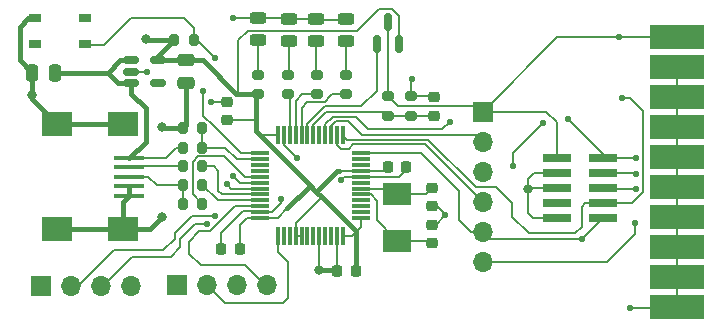
<source format=gbr>
%TF.GenerationSoftware,KiCad,Pcbnew,(6.0.7)*%
%TF.CreationDate,2022-09-01T12:01:23+02:00*%
%TF.ProjectId,bmp2,626d7032-2e6b-4696-9361-645f70636258,rev?*%
%TF.SameCoordinates,Original*%
%TF.FileFunction,Copper,L1,Top*%
%TF.FilePolarity,Positive*%
%FSLAX46Y46*%
G04 Gerber Fmt 4.6, Leading zero omitted, Abs format (unit mm)*
G04 Created by KiCad (PCBNEW (6.0.7)) date 2022-09-01 12:01:23*
%MOMM*%
%LPD*%
G01*
G04 APERTURE LIST*
G04 Aperture macros list*
%AMRoundRect*
0 Rectangle with rounded corners*
0 $1 Rounding radius*
0 $2 $3 $4 $5 $6 $7 $8 $9 X,Y pos of 4 corners*
0 Add a 4 corners polygon primitive as box body*
4,1,4,$2,$3,$4,$5,$6,$7,$8,$9,$2,$3,0*
0 Add four circle primitives for the rounded corners*
1,1,$1+$1,$2,$3*
1,1,$1+$1,$4,$5*
1,1,$1+$1,$6,$7*
1,1,$1+$1,$8,$9*
0 Add four rect primitives between the rounded corners*
20,1,$1+$1,$2,$3,$4,$5,0*
20,1,$1+$1,$4,$5,$6,$7,0*
20,1,$1+$1,$6,$7,$8,$9,0*
20,1,$1+$1,$8,$9,$2,$3,0*%
G04 Aperture macros list end*
%TA.AperFunction,SMDPad,CuDef*%
%ADD10R,1.050000X0.700000*%
%TD*%
%TA.AperFunction,SMDPad,CuDef*%
%ADD11R,2.400000X0.750000*%
%TD*%
%TA.AperFunction,SMDPad,CuDef*%
%ADD12R,2.400000X1.900000*%
%TD*%
%TA.AperFunction,SMDPad,CuDef*%
%ADD13R,1.500000X0.300000*%
%TD*%
%TA.AperFunction,SMDPad,CuDef*%
%ADD14R,0.300000X1.500000*%
%TD*%
%TA.AperFunction,SMDPad,CuDef*%
%ADD15RoundRect,0.150000X-0.512500X-0.150000X0.512500X-0.150000X0.512500X0.150000X-0.512500X0.150000X0*%
%TD*%
%TA.AperFunction,SMDPad,CuDef*%
%ADD16RoundRect,0.200000X0.200000X0.275000X-0.200000X0.275000X-0.200000X-0.275000X0.200000X-0.275000X0*%
%TD*%
%TA.AperFunction,SMDPad,CuDef*%
%ADD17RoundRect,0.200000X-0.200000X-0.275000X0.200000X-0.275000X0.200000X0.275000X-0.200000X0.275000X0*%
%TD*%
%TA.AperFunction,SMDPad,CuDef*%
%ADD18RoundRect,0.200000X-0.275000X0.200000X-0.275000X-0.200000X0.275000X-0.200000X0.275000X0.200000X0*%
%TD*%
%TA.AperFunction,SMDPad,CuDef*%
%ADD19RoundRect,0.200000X0.275000X-0.200000X0.275000X0.200000X-0.275000X0.200000X-0.275000X-0.200000X0*%
%TD*%
%TA.AperFunction,SMDPad,CuDef*%
%ADD20RoundRect,0.150000X0.150000X-0.587500X0.150000X0.587500X-0.150000X0.587500X-0.150000X-0.587500X0*%
%TD*%
%TA.AperFunction,SMDPad,CuDef*%
%ADD21R,4.572000X2.033000*%
%TD*%
%TA.AperFunction,ComponentPad*%
%ADD22R,1.700000X1.700000*%
%TD*%
%TA.AperFunction,ComponentPad*%
%ADD23O,1.700000X1.700000*%
%TD*%
%TA.AperFunction,SMDPad,CuDef*%
%ADD24R,2.600000X0.450000*%
%TD*%
%TA.AperFunction,SMDPad,CuDef*%
%ADD25R,2.500000X2.000000*%
%TD*%
%TA.AperFunction,SMDPad,CuDef*%
%ADD26RoundRect,0.243750X0.456250X-0.243750X0.456250X0.243750X-0.456250X0.243750X-0.456250X-0.243750X0*%
%TD*%
%TA.AperFunction,SMDPad,CuDef*%
%ADD27RoundRect,0.225000X0.250000X-0.225000X0.250000X0.225000X-0.250000X0.225000X-0.250000X-0.225000X0*%
%TD*%
%TA.AperFunction,SMDPad,CuDef*%
%ADD28RoundRect,0.225000X-0.250000X0.225000X-0.250000X-0.225000X0.250000X-0.225000X0.250000X0.225000X0*%
%TD*%
%TA.AperFunction,SMDPad,CuDef*%
%ADD29RoundRect,0.225000X0.225000X0.250000X-0.225000X0.250000X-0.225000X-0.250000X0.225000X-0.250000X0*%
%TD*%
%TA.AperFunction,SMDPad,CuDef*%
%ADD30RoundRect,0.225000X-0.225000X-0.250000X0.225000X-0.250000X0.225000X0.250000X-0.225000X0.250000X0*%
%TD*%
%TA.AperFunction,SMDPad,CuDef*%
%ADD31RoundRect,0.250000X-0.475000X0.250000X-0.475000X-0.250000X0.475000X-0.250000X0.475000X0.250000X0*%
%TD*%
%TA.AperFunction,SMDPad,CuDef*%
%ADD32RoundRect,0.250000X0.250000X0.475000X-0.250000X0.475000X-0.250000X-0.475000X0.250000X-0.475000X0*%
%TD*%
%TA.AperFunction,ViaPad*%
%ADD33C,0.800000*%
%TD*%
%TA.AperFunction,ViaPad*%
%ADD34C,0.558800*%
%TD*%
%TA.AperFunction,Conductor*%
%ADD35C,0.200000*%
%TD*%
%TA.AperFunction,Conductor*%
%ADD36C,0.400000*%
%TD*%
G04 APERTURE END LIST*
D10*
%TO.P,S1,1,1*%
%TO.N,Net-(R10-Pad1)*%
X105950000Y-23125000D03*
%TO.P,S1,2,2*%
%TO.N,unconnected-(S1-Pad2)*%
X101750000Y-23125000D03*
%TO.P,S1,3,3*%
%TO.N,unconnected-(S1-Pad3)*%
X105950000Y-20975000D03*
%TO.P,S1,4,4*%
%TO.N,GND*%
X101750000Y-20975000D03*
%TD*%
D11*
%TO.P,J3,1,1*%
%TO.N,/TPWR*%
X145900000Y-32810000D03*
%TO.P,J3,2,2*%
%TO.N,/TMS*%
X149800000Y-32810000D03*
%TO.P,J3,3,3*%
%TO.N,GND*%
X145900000Y-34080000D03*
%TO.P,J3,4,4*%
%TO.N,/TCK*%
X149800000Y-34080000D03*
%TO.P,J3,5,5*%
%TO.N,GND*%
X145900000Y-35350000D03*
%TO.P,J3,6,6*%
%TO.N,/TDO*%
X149800000Y-35350000D03*
%TO.P,J3,7,7*%
%TO.N,unconnected-(J3-Pad7)*%
X145900000Y-36620000D03*
%TO.P,J3,8,8*%
%TO.N,/TDI*%
X149800000Y-36620000D03*
%TO.P,J3,9,9*%
%TO.N,GND*%
X145900000Y-37890000D03*
%TO.P,J3,10,10*%
%TO.N,/RST*%
X149800000Y-37890000D03*
%TD*%
D12*
%TO.P,X1,1,1*%
%TO.N,Net-(C7-Pad2)*%
X132425000Y-39775000D03*
%TO.P,X1,2,2*%
%TO.N,Net-(C8-Pad2)*%
X132425000Y-35875000D03*
%TD*%
D13*
%TO.P,U2,1,VBAT*%
%TO.N,+3V3*%
X129300000Y-37875000D03*
%TO.P,U2,2,PC13/TAMPER_RTC*%
%TO.N,unconnected-(U2-Pad2)*%
X129300000Y-37375000D03*
%TO.P,U2,3,PC14/OSC32_IN*%
%TO.N,unconnected-(U2-Pad3)*%
X129300000Y-36875000D03*
%TO.P,U2,4,PC15/OSC32_OUT*%
%TO.N,unconnected-(U2-Pad4)*%
X129300000Y-36375000D03*
%TO.P,U2,5,PD0/OSC_IN*%
%TO.N,Net-(C7-Pad2)*%
X129300000Y-35875000D03*
%TO.P,U2,6,PD1/OSC_OUT*%
%TO.N,Net-(C8-Pad2)*%
X129300000Y-35375000D03*
%TO.P,U2,7,NRST*%
%TO.N,unconnected-(U2-Pad7)*%
X129300000Y-34875000D03*
%TO.P,U2,8,VSSA*%
%TO.N,GND*%
X129300000Y-34375000D03*
%TO.P,U2,9,VDDA*%
%TO.N,+3V3*%
X129300000Y-33875000D03*
%TO.P,U2,10,PA0*%
%TO.N,unconnected-(U2-Pad10)*%
X129300000Y-33375000D03*
%TO.P,U2,11,PA1*%
%TO.N,unconnected-(U2-Pad11)*%
X129300000Y-32875000D03*
%TO.P,U2,12,PA2*%
%TO.N,/RST*%
X129300000Y-32375000D03*
D14*
%TO.P,U2,13,PA3*%
%TO.N,/TDI*%
X127800000Y-30875000D03*
%TO.P,U2,14,PA4*%
%TO.N,/TMS*%
X127300000Y-30875000D03*
%TO.P,U2,15,PA5*%
%TO.N,/TCK*%
X126800000Y-30875000D03*
%TO.P,U2,16,PA6*%
%TO.N,/TDO*%
X126300000Y-30875000D03*
%TO.P,U2,17,PA7*%
%TO.N,unconnected-(U2-Pad17)*%
X125800000Y-30875000D03*
%TO.P,U2,18,PB0*%
%TO.N,Net-(C9-Pad1)*%
X125300000Y-30875000D03*
%TO.P,U2,19,PB1*%
%TO.N,/PWR_BR*%
X124800000Y-30875000D03*
%TO.P,U2,20,PB2/BOOT1*%
%TO.N,/LED0*%
X124300000Y-30875000D03*
%TO.P,U2,21,PB10*%
%TO.N,/LED1*%
X123800000Y-30875000D03*
%TO.P,U2,22,PB11*%
%TO.N,/LED2*%
X123300000Y-30875000D03*
%TO.P,U2,23,VSS@1*%
%TO.N,GND*%
X122800000Y-30875000D03*
%TO.P,U2,24,VDD@1*%
%TO.N,+3V3*%
X122300000Y-30875000D03*
D13*
%TO.P,U2,25,PB12*%
%TO.N,Net-(R10-Pad1)*%
X120800000Y-32375000D03*
%TO.P,U2,26,PB13*%
%TO.N,/VBUS*%
X120800000Y-32875000D03*
%TO.P,U2,27,PB14*%
%TO.N,unconnected-(U2-Pad27)*%
X120800000Y-33375000D03*
%TO.P,U2,28,PB15*%
%TO.N,unconnected-(U2-Pad28)*%
X120800000Y-33875000D03*
%TO.P,U2,29,PA8*%
%TO.N,Net-(R1-Pad1)*%
X120800000Y-34375000D03*
%TO.P,U2,30,PA9*%
%TO.N,/TXD*%
X120800000Y-34875000D03*
%TO.P,U2,31,PA10*%
%TO.N,/RXD*%
X120800000Y-35375000D03*
%TO.P,U2,32,PA11/USB_DM*%
%TO.N,Net-(R2-Pad1)*%
X120800000Y-35875000D03*
%TO.P,U2,33,PA12/USB_DP*%
%TO.N,Net-(R3-Pad1)*%
X120800000Y-36375000D03*
%TO.P,U2,34,PA13/JTMS*%
%TO.N,/SWDIO*%
X120800000Y-36875000D03*
%TO.P,U2,35,VSS@2*%
%TO.N,GND*%
X120800000Y-37375000D03*
%TO.P,U2,36,VDD@2*%
%TO.N,+3V3*%
X120800000Y-37875000D03*
D14*
%TO.P,U2,37,PA14/JTCK/SWCLK*%
%TO.N,/SWCLK*%
X122300000Y-39375000D03*
%TO.P,U2,38,PA15/JTDI*%
%TO.N,unconnected-(U2-Pad38)*%
X122800000Y-39375000D03*
%TO.P,U2,39,PB3/JTDO*%
%TO.N,unconnected-(U2-Pad39)*%
X123300000Y-39375000D03*
%TO.P,U2,40,PB4/JNTRST*%
%TO.N,+3V3*%
X123800000Y-39375000D03*
%TO.P,U2,41,PB5*%
X124300000Y-39375000D03*
%TO.P,U2,42,PB6*%
%TO.N,unconnected-(U2-Pad42)*%
X124800000Y-39375000D03*
%TO.P,U2,43,PB7*%
%TO.N,unconnected-(U2-Pad43)*%
X125300000Y-39375000D03*
%TO.P,U2,44,BOOT0*%
%TO.N,GND*%
X125800000Y-39375000D03*
%TO.P,U2,45,PB8*%
%TO.N,unconnected-(U2-Pad45)*%
X126300000Y-39375000D03*
%TO.P,U2,46,PB9*%
%TO.N,unconnected-(U2-Pad46)*%
X126800000Y-39375000D03*
%TO.P,U2,47,VSS@3*%
%TO.N,GND*%
X127300000Y-39375000D03*
%TO.P,U2,48,VDD@3*%
%TO.N,+3V3*%
X127800000Y-39375000D03*
%TD*%
D15*
%TO.P,U1,1,VIN*%
%TO.N,+5V*%
X109887500Y-24525000D03*
%TO.P,U1,2,GND*%
%TO.N,GND*%
X109887500Y-25475000D03*
%TO.P,U1,3,ONnOFF*%
%TO.N,+5V*%
X109887500Y-26425000D03*
%TO.P,U1,4,NC*%
%TO.N,unconnected-(U1-Pad4)*%
X112162500Y-26425000D03*
%TO.P,U1,5,VOUT*%
%TO.N,+3V3*%
X112162500Y-24525000D03*
%TD*%
D16*
%TO.P,R12,1*%
%TO.N,/VBUS*%
X115875000Y-30275000D03*
%TO.P,R12,2*%
%TO.N,GND*%
X114225000Y-30275000D03*
%TD*%
D17*
%TO.P,R11,1*%
%TO.N,+5V*%
X114250000Y-31900000D03*
%TO.P,R11,2*%
%TO.N,/VBUS*%
X115900000Y-31900000D03*
%TD*%
D16*
%TO.P,R10,1,1*%
%TO.N,Net-(R10-Pad1)*%
X115175000Y-22800000D03*
%TO.P,R10,2,2*%
%TO.N,+3V3*%
X113525000Y-22800000D03*
%TD*%
D18*
%TO.P,R9,1,1*%
%TO.N,GND*%
X133575000Y-27575000D03*
%TO.P,R9,2,2*%
%TO.N,Net-(C9-Pad1)*%
X133575000Y-29225000D03*
%TD*%
%TO.P,R8,1,1*%
%TO.N,/TPWR*%
X131650000Y-27575000D03*
%TO.P,R8,2,2*%
%TO.N,Net-(C9-Pad1)*%
X131650000Y-29225000D03*
%TD*%
D19*
%TO.P,R7,1,1*%
%TO.N,/LED0*%
X128050000Y-27375000D03*
%TO.P,R7,2,2*%
%TO.N,Net-(D4-Pad1)*%
X128050000Y-25725000D03*
%TD*%
%TO.P,R6,1,1*%
%TO.N,/LED1*%
X125575000Y-27375000D03*
%TO.P,R6,2,2*%
%TO.N,Net-(D3-Pad1)*%
X125575000Y-25725000D03*
%TD*%
%TO.P,R5,1,1*%
%TO.N,/LED2*%
X123175000Y-27400000D03*
%TO.P,R5,2,2*%
%TO.N,Net-(D2-Pad1)*%
X123175000Y-25750000D03*
%TD*%
%TO.P,R4,1,1*%
%TO.N,+3V3*%
X120650000Y-27375000D03*
%TO.P,R4,2,2*%
%TO.N,Net-(D1-Pad1)*%
X120650000Y-25725000D03*
%TD*%
D16*
%TO.P,R3,1,1*%
%TO.N,Net-(R3-Pad1)*%
X115900000Y-35075000D03*
%TO.P,R3,2,2*%
%TO.N,/D+*%
X114250000Y-35075000D03*
%TD*%
%TO.P,R2,1,1*%
%TO.N,Net-(R2-Pad1)*%
X115900000Y-33500000D03*
%TO.P,R2,2,2*%
%TO.N,/D-*%
X114250000Y-33500000D03*
%TD*%
%TO.P,R1,1,1*%
%TO.N,Net-(R1-Pad1)*%
X115900000Y-36675000D03*
%TO.P,R1,2,2*%
%TO.N,/D+*%
X114250000Y-36675000D03*
%TD*%
D20*
%TO.P,Q1,1,G*%
%TO.N,/PWR_BR*%
X130650000Y-23162500D03*
%TO.P,Q1,2,S*%
%TO.N,+3V3*%
X132550000Y-23162500D03*
%TO.P,Q1,3,D*%
%TO.N,/TPWR*%
X131600000Y-21287500D03*
%TD*%
D21*
%TO.P,J6,2,Pin_2*%
%TO.N,/TPWR*%
X156075000Y-22560000D03*
%TO.P,J6,4,Pin_4*%
%TO.N,GND*%
X156075000Y-25100000D03*
%TO.P,J6,6,Pin_6*%
X156075000Y-27640000D03*
%TO.P,J6,8,Pin_8*%
X156075000Y-30180000D03*
%TO.P,J6,10,Pin_10*%
X156075000Y-32720000D03*
%TO.P,J6,12,Pin_12*%
X156075000Y-35260000D03*
%TO.P,J6,14,Pin_14*%
X156075000Y-37800000D03*
%TO.P,J6,16,Pin_16*%
X156075000Y-40340000D03*
%TO.P,J6,18,Pin_18*%
X156075000Y-42880000D03*
%TO.P,J6,20,Pin_20*%
X156075000Y-45420000D03*
%TD*%
D22*
%TO.P,J5,1,Pin_1*%
%TO.N,/TPWR*%
X139650000Y-28875000D03*
D23*
%TO.P,J5,2,Pin_2*%
%TO.N,/TCK*%
X139650000Y-31415000D03*
%TO.P,J5,3,Pin_3*%
%TO.N,GND*%
X139650000Y-33955000D03*
%TO.P,J5,4,Pin_4*%
%TO.N,/TMS*%
X139650000Y-36495000D03*
%TO.P,J5,5,Pin_5*%
%TO.N,/RST*%
X139650000Y-39035000D03*
%TO.P,J5,6,Pin_6*%
%TO.N,/TDO*%
X139650000Y-41575000D03*
%TD*%
D22*
%TO.P,J4,1,Pin_1*%
%TO.N,+3V3*%
X113745000Y-43575000D03*
D23*
%TO.P,J4,2,Pin_2*%
%TO.N,/SWCLK*%
X116285000Y-43575000D03*
%TO.P,J4,3,Pin_3*%
%TO.N,GND*%
X118825000Y-43575000D03*
%TO.P,J4,4,Pin_4*%
%TO.N,/SWDIO*%
X121365000Y-43575000D03*
%TD*%
D24*
%TO.P,J2,1,VBUS*%
%TO.N,+5V*%
X109700000Y-32775000D03*
%TO.P,J2,2,D-*%
%TO.N,/D-*%
X109700000Y-33575000D03*
%TO.P,J2,3,D+*%
%TO.N,/D+*%
X109700000Y-34375000D03*
%TO.P,J2,4,ID*%
%TO.N,GND*%
X109700000Y-35175000D03*
%TO.P,J2,5,GND*%
X109700000Y-35975000D03*
D25*
%TO.P,J2,6,s1*%
X109192000Y-38820000D03*
X103604000Y-38820000D03*
X109192000Y-29930000D03*
X103604000Y-29930000D03*
%TD*%
D22*
%TO.P,J1,1,Pin_1*%
%TO.N,+3V3*%
X102250000Y-43600000D03*
D23*
%TO.P,J1,2,Pin_2*%
%TO.N,/TXD*%
X104790000Y-43600000D03*
%TO.P,J1,3,Pin_3*%
%TO.N,/RXD*%
X107330000Y-43600000D03*
%TO.P,J1,4,Pin_4*%
%TO.N,GND*%
X109870000Y-43600000D03*
%TD*%
D26*
%TO.P,D4,1,A*%
%TO.N,Net-(D4-Pad1)*%
X128025000Y-22900000D03*
%TO.P,D4,2,C*%
%TO.N,GND*%
X128025000Y-21025000D03*
%TD*%
%TO.P,D3,1,A*%
%TO.N,Net-(D3-Pad1)*%
X125550000Y-22887500D03*
%TO.P,D3,2,C*%
%TO.N,GND*%
X125550000Y-21012500D03*
%TD*%
%TO.P,D2,1,A*%
%TO.N,Net-(D2-Pad1)*%
X123200000Y-22912500D03*
%TO.P,D2,2,C*%
%TO.N,GND*%
X123200000Y-21037500D03*
%TD*%
%TO.P,D1,1,A*%
%TO.N,Net-(D1-Pad1)*%
X120600000Y-22837500D03*
%TO.P,D1,2,C*%
%TO.N,GND*%
X120600000Y-20962500D03*
%TD*%
D27*
%TO.P,C9,1,1*%
%TO.N,Net-(C9-Pad1)*%
X135550000Y-29200000D03*
%TO.P,C9,2,2*%
%TO.N,GND*%
X135550000Y-27650000D03*
%TD*%
%TO.P,C8,1,1*%
%TO.N,GND*%
X135350000Y-36875000D03*
%TO.P,C8,2,2*%
%TO.N,Net-(C8-Pad2)*%
X135350000Y-35325000D03*
%TD*%
D28*
%TO.P,C7,1,1*%
%TO.N,GND*%
X135350000Y-38425000D03*
%TO.P,C7,2,2*%
%TO.N,Net-(C7-Pad2)*%
X135350000Y-39975000D03*
%TD*%
D29*
%TO.P,C6,1,1*%
%TO.N,+3V3*%
X119050000Y-40525000D03*
%TO.P,C6,2,2*%
%TO.N,GND*%
X117500000Y-40525000D03*
%TD*%
D27*
%TO.P,C5,1,1*%
%TO.N,+3V3*%
X117950000Y-29600000D03*
%TO.P,C5,2,2*%
%TO.N,GND*%
X117950000Y-28050000D03*
%TD*%
D30*
%TO.P,C4,1,1*%
%TO.N,+3V3*%
X131625000Y-33525000D03*
%TO.P,C4,2,2*%
%TO.N,GND*%
X133175000Y-33525000D03*
%TD*%
D29*
%TO.P,C3,1,1*%
%TO.N,+3V3*%
X128875000Y-42375000D03*
%TO.P,C3,2,2*%
%TO.N,GND*%
X127325000Y-42375000D03*
%TD*%
D31*
%TO.P,C2,1,1*%
%TO.N,+3V3*%
X114525000Y-24525000D03*
%TO.P,C2,2,2*%
%TO.N,GND*%
X114525000Y-26425000D03*
%TD*%
D32*
%TO.P,C1,1,1*%
%TO.N,+5V*%
X103400000Y-25550000D03*
%TO.P,C1,2,2*%
%TO.N,GND*%
X101500000Y-25550000D03*
%TD*%
D33*
%TO.N,GND*%
X143500000Y-35425000D03*
D34*
X122550000Y-36300000D03*
D33*
X112525000Y-37800000D03*
X101500000Y-27425000D03*
D34*
%TO.N,/TMS*%
X144750000Y-29850000D03*
X142200000Y-33475000D03*
%TO.N,/TDO*%
X136850000Y-29700000D03*
%TO.N,/RST*%
X148082500Y-39607500D03*
%TO.N,/TDI*%
X151400000Y-27700000D03*
D33*
%TO.N,+3V3*%
X111150000Y-22750000D03*
%TO.N,GND*%
X112500000Y-30200000D03*
D34*
%TO.N,/TMS*%
X146850000Y-29475000D03*
%TO.N,/TDO*%
X152575000Y-38275000D03*
%TO.N,GND*%
X123900000Y-32825000D03*
D33*
X125800000Y-42275000D03*
D34*
%TO.N,Net-(R10-Pad1)*%
X116000000Y-27100000D03*
%TO.N,/TXD*%
X118525000Y-34300000D03*
%TO.N,/RXD*%
X117975000Y-35025000D03*
%TO.N,/TXD*%
X117000000Y-37725000D03*
%TO.N,/RXD*%
X116300000Y-38375000D03*
%TO.N,GND*%
X111200000Y-25475000D03*
X116600000Y-28050000D03*
X127625000Y-34675000D03*
X136487500Y-37612500D03*
%TO.N,/TDO*%
X152625000Y-35400000D03*
%TO.N,/TCK*%
X152650000Y-34150000D03*
%TO.N,/TMS*%
X152600000Y-32825000D03*
%TO.N,GND*%
X152125000Y-45450000D03*
%TO.N,/TPWR*%
X151215000Y-22560000D03*
%TO.N,GND*%
X133625000Y-26100000D03*
X118512500Y-20962500D03*
%TO.N,Net-(R10-Pad1)*%
X116975000Y-24300000D03*
%TD*%
D35*
%TO.N,Net-(R10-Pad1)*%
X109900000Y-20900000D02*
X114325000Y-20900000D01*
X115175000Y-21750000D02*
X115175000Y-22800000D01*
X107575000Y-23225000D02*
X109900000Y-20900000D01*
X114325000Y-20900000D02*
X115175000Y-21750000D01*
X106050000Y-23225000D02*
X107575000Y-23225000D01*
X105950000Y-23125000D02*
X106050000Y-23225000D01*
D36*
%TO.N,GND*%
X100425000Y-24475000D02*
X101500000Y-25550000D01*
X100425000Y-21675000D02*
X100425000Y-24475000D01*
X101125000Y-20975000D02*
X100425000Y-21675000D01*
X101750000Y-20975000D02*
X101125000Y-20975000D01*
D35*
%TO.N,+3V3*%
X118950000Y-27200000D02*
X118775000Y-27375000D01*
X130825000Y-20175000D02*
X129000000Y-22000000D01*
X119750000Y-22000000D02*
X118950000Y-22800000D01*
X131975000Y-20175000D02*
X130825000Y-20175000D01*
X129000000Y-22000000D02*
X119750000Y-22000000D01*
X132550000Y-20750000D02*
X131975000Y-20175000D01*
X132550000Y-23162500D02*
X132550000Y-20750000D01*
X118950000Y-22800000D02*
X118950000Y-27200000D01*
D36*
X120425000Y-27600000D02*
X120425000Y-29625000D01*
X120650000Y-27375000D02*
X120425000Y-27600000D01*
X115925000Y-24525000D02*
X114525000Y-24525000D01*
X118775000Y-27375000D02*
X115925000Y-24525000D01*
X120650000Y-27375000D02*
X118775000Y-27375000D01*
D35*
%TO.N,/PWR_BR*%
X129300000Y-28425000D02*
X130650000Y-27075000D01*
X126325000Y-28425000D02*
X129300000Y-28425000D01*
X130650000Y-27075000D02*
X130650000Y-23162500D01*
X124800000Y-29950000D02*
X126325000Y-28425000D01*
X124800000Y-30875000D02*
X124800000Y-29950000D01*
%TO.N,Net-(C9-Pad1)*%
X126375000Y-28900000D02*
X125300000Y-29975000D01*
X131325000Y-28900000D02*
X126375000Y-28900000D01*
X125300000Y-29975000D02*
X125300000Y-30875000D01*
X131650000Y-29225000D02*
X131325000Y-28900000D01*
%TO.N,/TDO*%
X136850000Y-29725000D02*
X136850000Y-29700000D01*
X129950000Y-30350000D02*
X136225000Y-30350000D01*
X136225000Y-30350000D02*
X136850000Y-29725000D01*
X128875000Y-29275000D02*
X129950000Y-30350000D01*
X126950000Y-29275000D02*
X128875000Y-29275000D01*
X126300000Y-29925000D02*
X126950000Y-29275000D01*
X126300000Y-30875000D02*
X126300000Y-29925000D01*
%TO.N,/TCK*%
X127250000Y-29650000D02*
X126800000Y-30100000D01*
X128225000Y-29650000D02*
X127250000Y-29650000D01*
X129425000Y-30850000D02*
X128225000Y-29650000D01*
X139650000Y-31415000D02*
X139085000Y-30850000D01*
X139085000Y-30850000D02*
X129425000Y-30850000D01*
X126800000Y-30100000D02*
X126800000Y-30875000D01*
%TO.N,/LED0*%
X126875000Y-27375000D02*
X128050000Y-27375000D01*
X126750000Y-27500000D02*
X126875000Y-27375000D01*
X126750000Y-27550000D02*
X126750000Y-27500000D01*
X126250000Y-28050000D02*
X126750000Y-27550000D01*
X124300000Y-28525000D02*
X124775000Y-28050000D01*
X124300000Y-30875000D02*
X124300000Y-28525000D01*
X124775000Y-28050000D02*
X126250000Y-28050000D01*
%TO.N,/LED1*%
X124375000Y-27375000D02*
X125575000Y-27375000D01*
X123800000Y-27950000D02*
X124375000Y-27375000D01*
X123800000Y-30875000D02*
X123800000Y-27950000D01*
%TO.N,/LED2*%
X123300000Y-30875000D02*
X123300000Y-27525000D01*
X123300000Y-27525000D02*
X123175000Y-27400000D01*
%TO.N,Net-(D4-Pad1)*%
X128025000Y-22900000D02*
X128025000Y-25700000D01*
X128025000Y-25700000D02*
X128050000Y-25725000D01*
%TO.N,Net-(D3-Pad1)*%
X125550000Y-25700000D02*
X125575000Y-25725000D01*
X125550000Y-22887500D02*
X125550000Y-25700000D01*
%TO.N,Net-(D2-Pad1)*%
X123200000Y-25725000D02*
X123175000Y-25750000D01*
X123200000Y-22912500D02*
X123200000Y-25725000D01*
%TO.N,Net-(D1-Pad1)*%
X120600000Y-25675000D02*
X120650000Y-25725000D01*
X120600000Y-22837500D02*
X120600000Y-25675000D01*
%TO.N,GND*%
X143500000Y-35425000D02*
X143500000Y-35325000D01*
X143940000Y-37890000D02*
X143500000Y-37450000D01*
X145900000Y-37890000D02*
X143940000Y-37890000D01*
X143500000Y-37450000D02*
X143500000Y-35425000D01*
X143945000Y-34080000D02*
X145900000Y-34080000D01*
X143500000Y-35325000D02*
X143500000Y-34525000D01*
X143500000Y-34525000D02*
X143945000Y-34080000D01*
X145900000Y-35350000D02*
X143525000Y-35350000D01*
X143525000Y-35350000D02*
X143500000Y-35325000D01*
%TO.N,Net-(C9-Pad1)*%
X131650000Y-29225000D02*
X133575000Y-29225000D01*
X133600000Y-29200000D02*
X133575000Y-29225000D01*
X135550000Y-29200000D02*
X133600000Y-29200000D01*
D36*
%TO.N,+3V3*%
X127275000Y-33900000D02*
X127475000Y-33900000D01*
X125550000Y-35625000D02*
X127275000Y-33900000D01*
X125550000Y-35625000D02*
X124912500Y-34987500D01*
X126012500Y-36087500D02*
X125550000Y-35625000D01*
D35*
X127500000Y-33875000D02*
X127475000Y-33900000D01*
X129300000Y-33875000D02*
X127500000Y-33875000D01*
X123800000Y-38300000D02*
X126012500Y-36087500D01*
X123800000Y-39375000D02*
X123800000Y-38300000D01*
D36*
X128875000Y-38950000D02*
X126012500Y-36087500D01*
X124912500Y-35237500D02*
X123100000Y-37050000D01*
X124912500Y-34987500D02*
X124912500Y-35237500D01*
X124912500Y-34987500D02*
X120712500Y-30787500D01*
D35*
X122275000Y-37875000D02*
X123100000Y-37050000D01*
X120800000Y-37875000D02*
X122275000Y-37875000D01*
X119650000Y-37875000D02*
X120800000Y-37875000D01*
X119050000Y-38475000D02*
X119650000Y-37875000D01*
X119050000Y-40525000D02*
X119050000Y-38475000D01*
%TO.N,GND*%
X122550000Y-36600000D02*
X122550000Y-36300000D01*
X122525000Y-36625000D02*
X122550000Y-36600000D01*
X121775000Y-37375000D02*
X122525000Y-36625000D01*
X120800000Y-37375000D02*
X121775000Y-37375000D01*
X120725000Y-37300000D02*
X120800000Y-37375000D01*
X117500000Y-39150000D02*
X119350000Y-37300000D01*
X119350000Y-37300000D02*
X120725000Y-37300000D01*
X117500000Y-40525000D02*
X117500000Y-39150000D01*
%TO.N,/SWDIO*%
X118650000Y-36875000D02*
X120800000Y-36875000D01*
X116525000Y-39000000D02*
X118650000Y-36875000D01*
X115625000Y-39000000D02*
X116525000Y-39000000D01*
X114750000Y-40875000D02*
X114750000Y-39875000D01*
X114750000Y-39875000D02*
X115625000Y-39000000D01*
X115750000Y-41875000D02*
X114750000Y-40875000D01*
X119500000Y-41875000D02*
X115750000Y-41875000D01*
X121200000Y-43575000D02*
X119500000Y-41875000D01*
X121365000Y-43575000D02*
X121200000Y-43575000D01*
D36*
%TO.N,GND*%
X111505000Y-38820000D02*
X112525000Y-37800000D01*
X109192000Y-38820000D02*
X111505000Y-38820000D01*
X109192000Y-36483000D02*
X109700000Y-35975000D01*
X109192000Y-38820000D02*
X109192000Y-36483000D01*
X101500000Y-27425000D02*
X101500000Y-27826000D01*
%TO.N,+5V*%
X111100000Y-31400000D02*
X109725000Y-32775000D01*
X111100000Y-28550000D02*
X111100000Y-31400000D01*
X109887500Y-27337500D02*
X111100000Y-28550000D01*
X109725000Y-32775000D02*
X109700000Y-32775000D01*
X109887500Y-26425000D02*
X109887500Y-27337500D01*
D35*
%TO.N,/TDI*%
X153200000Y-35675000D02*
X153200000Y-28775000D01*
X152125000Y-27700000D02*
X151400000Y-27700000D01*
X152255000Y-36620000D02*
X153200000Y-35675000D01*
X153200000Y-28775000D02*
X152125000Y-27700000D01*
X149800000Y-36620000D02*
X152255000Y-36620000D01*
%TO.N,/TMS*%
X142200000Y-32400000D02*
X144750000Y-29850000D01*
X142200000Y-33475000D02*
X142200000Y-32400000D01*
%TO.N,/TDI*%
X148330000Y-36620000D02*
X149800000Y-36620000D01*
X148025000Y-36925000D02*
X148330000Y-36620000D01*
X148025000Y-38625000D02*
X148025000Y-36925000D01*
X147475000Y-39175000D02*
X148025000Y-38625000D01*
X143525000Y-39175000D02*
X147475000Y-39175000D01*
X142125000Y-36625000D02*
X142125000Y-37775000D01*
X140750000Y-35250000D02*
X142125000Y-36625000D01*
X139050000Y-35250000D02*
X140750000Y-35250000D01*
X135050000Y-31250000D02*
X139050000Y-35250000D01*
X142125000Y-37775000D02*
X143525000Y-39175000D01*
X127800000Y-30875000D02*
X128175000Y-31250000D01*
X128175000Y-31250000D02*
X135050000Y-31250000D01*
%TO.N,/RST*%
X148082500Y-39607500D02*
X149800000Y-37890000D01*
D36*
%TO.N,+3V3*%
X113525000Y-22800000D02*
X111150000Y-22800000D01*
X112162500Y-24525000D02*
X114525000Y-24525000D01*
X112162500Y-24162500D02*
X113525000Y-22800000D01*
X112162500Y-24525000D02*
X112162500Y-24162500D01*
%TO.N,GND*%
X112575000Y-30275000D02*
X112500000Y-30200000D01*
X114225000Y-30275000D02*
X112575000Y-30275000D01*
X114525000Y-29975000D02*
X114225000Y-30275000D01*
X114525000Y-26425000D02*
X114525000Y-29975000D01*
%TO.N,+5V*%
X108950000Y-24525000D02*
X107925000Y-25550000D01*
X109887500Y-24525000D02*
X108950000Y-24525000D01*
X108800000Y-26425000D02*
X109887500Y-26425000D01*
X107925000Y-25550000D02*
X108800000Y-26425000D01*
X103400000Y-25550000D02*
X107925000Y-25550000D01*
D35*
%TO.N,/TMS*%
X149800000Y-32425000D02*
X146850000Y-29475000D01*
X149800000Y-32810000D02*
X149800000Y-32425000D01*
%TO.N,/TDO*%
X152575000Y-39200000D02*
X152575000Y-38275000D01*
X150200000Y-41575000D02*
X152575000Y-39200000D01*
X139650000Y-41575000D02*
X150200000Y-41575000D01*
%TO.N,GND*%
X122800000Y-31725000D02*
X123900000Y-32825000D01*
X122800000Y-31625000D02*
X122800000Y-31725000D01*
X122800000Y-30875000D02*
X122800000Y-31625000D01*
%TO.N,+3V3*%
X120800000Y-30875000D02*
X120712500Y-30787500D01*
X122300000Y-30875000D02*
X120800000Y-30875000D01*
D36*
X120712500Y-30787500D02*
X120425000Y-30500000D01*
D35*
X120400000Y-29600000D02*
X120425000Y-29625000D01*
X117950000Y-29600000D02*
X120400000Y-29600000D01*
D36*
X120425000Y-30500000D02*
X120425000Y-29625000D01*
X128875000Y-42375000D02*
X128875000Y-38950000D01*
D35*
%TO.N,GND*%
X127225000Y-42275000D02*
X127325000Y-42375000D01*
D36*
X125800000Y-42275000D02*
X127225000Y-42275000D01*
D35*
X125800000Y-39375000D02*
X125800000Y-42275000D01*
D36*
X109700000Y-35175000D02*
X109700000Y-35975000D01*
X103604000Y-38820000D02*
X109192000Y-38820000D01*
X103604000Y-29930000D02*
X109192000Y-29930000D01*
X101500000Y-27826000D02*
X103604000Y-29930000D01*
X101500000Y-25550000D02*
X101500000Y-27425000D01*
D35*
%TO.N,Net-(R10-Pad1)*%
X116000000Y-29200000D02*
X116000000Y-27100000D01*
X116850000Y-30050000D02*
X116000000Y-29200000D01*
X120800000Y-32375000D02*
X119175000Y-32375000D01*
X119175000Y-32375000D02*
X116850000Y-30050000D01*
%TO.N,/VBUS*%
X118800000Y-32875000D02*
X120800000Y-32875000D01*
X117825000Y-31900000D02*
X118800000Y-32875000D01*
X115900000Y-31900000D02*
X117825000Y-31900000D01*
%TO.N,Net-(R1-Pad1)*%
X117775000Y-32650000D02*
X119500000Y-34375000D01*
X119500000Y-34375000D02*
X120800000Y-34375000D01*
X115525000Y-32650000D02*
X117775000Y-32650000D01*
X115075000Y-33100000D02*
X115525000Y-32650000D01*
X115900000Y-36675000D02*
X115075000Y-35850000D01*
X115075000Y-35850000D02*
X115075000Y-33100000D01*
%TO.N,/TXD*%
X119100000Y-34875000D02*
X118525000Y-34300000D01*
X120800000Y-34875000D02*
X119100000Y-34875000D01*
%TO.N,/RXD*%
X118325000Y-35375000D02*
X117975000Y-35025000D01*
X120800000Y-35375000D02*
X118325000Y-35375000D01*
%TO.N,Net-(R2-Pad1)*%
X117525000Y-35875000D02*
X120800000Y-35875000D01*
X117250000Y-33875000D02*
X117250000Y-35600000D01*
X115900000Y-33500000D02*
X116875000Y-33500000D01*
X116875000Y-33500000D02*
X117250000Y-33875000D01*
X117250000Y-35600000D02*
X117525000Y-35875000D01*
%TO.N,Net-(R3-Pad1)*%
X117200000Y-36375000D02*
X120800000Y-36375000D01*
X115900000Y-35075000D02*
X117200000Y-36375000D01*
%TO.N,+5V*%
X113700000Y-31900000D02*
X114250000Y-31900000D01*
X112825000Y-32775000D02*
X113700000Y-31900000D01*
X109700000Y-32775000D02*
X112825000Y-32775000D01*
%TO.N,/D-*%
X109700000Y-33575000D02*
X109775000Y-33500000D01*
X109775000Y-33500000D02*
X114250000Y-33500000D01*
%TO.N,/D+*%
X111325000Y-34375000D02*
X109700000Y-34375000D01*
X112025000Y-35075000D02*
X111325000Y-34375000D01*
X114250000Y-35075000D02*
X112025000Y-35075000D01*
X114250000Y-35075000D02*
X114250000Y-36675000D01*
%TO.N,/VBUS*%
X115875000Y-31875000D02*
X115900000Y-31900000D01*
X115875000Y-30275000D02*
X115875000Y-31875000D01*
%TO.N,/TXD*%
X113550000Y-39175000D02*
X115000000Y-37725000D01*
X115000000Y-37725000D02*
X117000000Y-37725000D01*
X105375000Y-43600000D02*
X108400000Y-40575000D01*
X112600000Y-40575000D02*
X113550000Y-39625000D01*
X104790000Y-43600000D02*
X105375000Y-43600000D01*
X108400000Y-40575000D02*
X112600000Y-40575000D01*
X113550000Y-39625000D02*
X113550000Y-39175000D01*
%TO.N,/RXD*%
X115275000Y-38375000D02*
X116300000Y-38375000D01*
X114025000Y-40350000D02*
X114025000Y-39625000D01*
X113225000Y-41150000D02*
X114025000Y-40350000D01*
X109950000Y-41150000D02*
X113225000Y-41150000D01*
X109850000Y-41250000D02*
X109950000Y-41150000D01*
X114025000Y-39625000D02*
X115275000Y-38375000D01*
X107330000Y-43600000D02*
X107500000Y-43600000D01*
X107500000Y-43600000D02*
X109850000Y-41250000D01*
%TO.N,/SWCLK*%
X123175000Y-41600000D02*
X122300000Y-40725000D01*
X122300000Y-40725000D02*
X122300000Y-39375000D01*
X123175000Y-44625000D02*
X123175000Y-41600000D01*
X117785000Y-45075000D02*
X122725000Y-45075000D01*
X122725000Y-45075000D02*
X123175000Y-44625000D01*
X116285000Y-43575000D02*
X117785000Y-45075000D01*
%TO.N,GND*%
X127325000Y-39400000D02*
X127300000Y-39375000D01*
X127325000Y-42375000D02*
X127325000Y-39400000D01*
%TO.N,+3V3*%
X123800000Y-39375000D02*
X124300000Y-39375000D01*
X129300000Y-38625000D02*
X129300000Y-37875000D01*
X128550000Y-39375000D02*
X129300000Y-38625000D01*
X127800000Y-39375000D02*
X128550000Y-39375000D01*
%TO.N,GND*%
X109887500Y-25475000D02*
X111200000Y-25475000D01*
X117950000Y-28050000D02*
X116600000Y-28050000D01*
%TO.N,/RST*%
X148065000Y-39625000D02*
X148082500Y-39607500D01*
X140240000Y-39625000D02*
X148065000Y-39625000D01*
X139650000Y-39035000D02*
X140240000Y-39625000D01*
%TO.N,/TMS*%
X134780000Y-31625000D02*
X139650000Y-36495000D01*
X127650000Y-32025000D02*
X128300000Y-32025000D01*
X128700000Y-31625000D02*
X134780000Y-31625000D01*
X127300000Y-31675000D02*
X127650000Y-32025000D01*
X127300000Y-30875000D02*
X127300000Y-31675000D01*
X128300000Y-32025000D02*
X128700000Y-31625000D01*
%TO.N,/RST*%
X137650000Y-38000000D02*
X138685000Y-39035000D01*
X138685000Y-39035000D02*
X139650000Y-39035000D01*
X137650000Y-35575000D02*
X137650000Y-38000000D01*
X134450000Y-32375000D02*
X137650000Y-35575000D01*
X129300000Y-32375000D02*
X134450000Y-32375000D01*
%TO.N,GND*%
X127925000Y-34375000D02*
X127625000Y-34675000D01*
X129300000Y-34375000D02*
X127925000Y-34375000D01*
%TO.N,+3V3*%
X131275000Y-33875000D02*
X129300000Y-33875000D01*
X131625000Y-33525000D02*
X131275000Y-33875000D01*
%TO.N,GND*%
X132575000Y-34400000D02*
X129325000Y-34400000D01*
X133175000Y-33800000D02*
X132575000Y-34400000D01*
X129325000Y-34400000D02*
X129300000Y-34375000D01*
X133175000Y-33525000D02*
X133175000Y-33800000D01*
X136487500Y-37612500D02*
X136500000Y-37600000D01*
X135350000Y-38425000D02*
X135675000Y-38425000D01*
X135675000Y-38425000D02*
X136487500Y-37612500D01*
X135775000Y-36875000D02*
X136500000Y-37600000D01*
X135350000Y-36875000D02*
X135775000Y-36875000D01*
%TO.N,Net-(C8-Pad2)*%
X134800000Y-35875000D02*
X135350000Y-35325000D01*
X132425000Y-35875000D02*
X134800000Y-35875000D01*
X131925000Y-35375000D02*
X132425000Y-35875000D01*
X129300000Y-35375000D02*
X131925000Y-35375000D01*
%TO.N,Net-(C7-Pad2)*%
X130700000Y-38050000D02*
X130700000Y-36400000D01*
X130175000Y-35875000D02*
X129300000Y-35875000D01*
X132425000Y-39775000D02*
X130700000Y-38050000D01*
X130700000Y-36400000D02*
X130175000Y-35875000D01*
X135150000Y-39775000D02*
X132425000Y-39775000D01*
X135350000Y-39975000D02*
X135150000Y-39775000D01*
%TO.N,/TMS*%
X152585000Y-32810000D02*
X149800000Y-32810000D01*
X152600000Y-32825000D02*
X152585000Y-32810000D01*
%TO.N,/TCK*%
X152580000Y-34080000D02*
X149800000Y-34080000D01*
X152650000Y-34150000D02*
X152580000Y-34080000D01*
%TO.N,/TDO*%
X149850000Y-35400000D02*
X149800000Y-35350000D01*
X152625000Y-35400000D02*
X149850000Y-35400000D01*
%TO.N,GND*%
X156045000Y-45450000D02*
X152125000Y-45450000D01*
X156075000Y-45420000D02*
X156045000Y-45450000D01*
X156075000Y-42880000D02*
X156075000Y-45420000D01*
X156075000Y-40340000D02*
X156075000Y-42880000D01*
X156075000Y-37800000D02*
X156075000Y-40340000D01*
X156075000Y-35260000D02*
X156075000Y-37800000D01*
X156075000Y-32720000D02*
X156075000Y-35260000D01*
X156075000Y-30180000D02*
X156075000Y-32720000D01*
X156075000Y-27640000D02*
X156075000Y-30180000D01*
X156075000Y-25100000D02*
X156075000Y-27640000D01*
%TO.N,/TPWR*%
X151215000Y-22560000D02*
X156075000Y-22560000D01*
X145965000Y-22560000D02*
X151215000Y-22560000D01*
X139650000Y-28875000D02*
X145965000Y-22560000D01*
X145900000Y-29750000D02*
X145900000Y-32810000D01*
X145025000Y-28875000D02*
X145900000Y-29750000D01*
X139650000Y-28875000D02*
X145025000Y-28875000D01*
X132475000Y-28400000D02*
X139175000Y-28400000D01*
X139175000Y-28400000D02*
X139650000Y-28875000D01*
X131650000Y-27575000D02*
X132475000Y-28400000D01*
%TO.N,GND*%
X133575000Y-26150000D02*
X133625000Y-26100000D01*
X133575000Y-27575000D02*
X133575000Y-26150000D01*
%TO.N,/TPWR*%
X131650000Y-25475000D02*
X131600000Y-25425000D01*
X131650000Y-27575000D02*
X131650000Y-25475000D01*
%TO.N,GND*%
X135475000Y-27575000D02*
X135550000Y-27650000D01*
X133575000Y-27575000D02*
X135475000Y-27575000D01*
%TO.N,/TPWR*%
X131600000Y-21287500D02*
X131600000Y-25425000D01*
%TO.N,GND*%
X120600000Y-20962500D02*
X118512500Y-20962500D01*
X125625000Y-21087500D02*
X125550000Y-21012500D01*
X128025000Y-21087500D02*
X125625000Y-21087500D01*
X123200000Y-21037500D02*
X125525000Y-21037500D01*
X125525000Y-21037500D02*
X125550000Y-21012500D01*
X120600000Y-20962500D02*
X123125000Y-20962500D01*
X123125000Y-20962500D02*
X123200000Y-21037500D01*
%TO.N,Net-(R10-Pad1)*%
X115475000Y-22800000D02*
X116975000Y-24300000D01*
X115175000Y-22800000D02*
X115475000Y-22800000D01*
%TD*%
M02*

</source>
